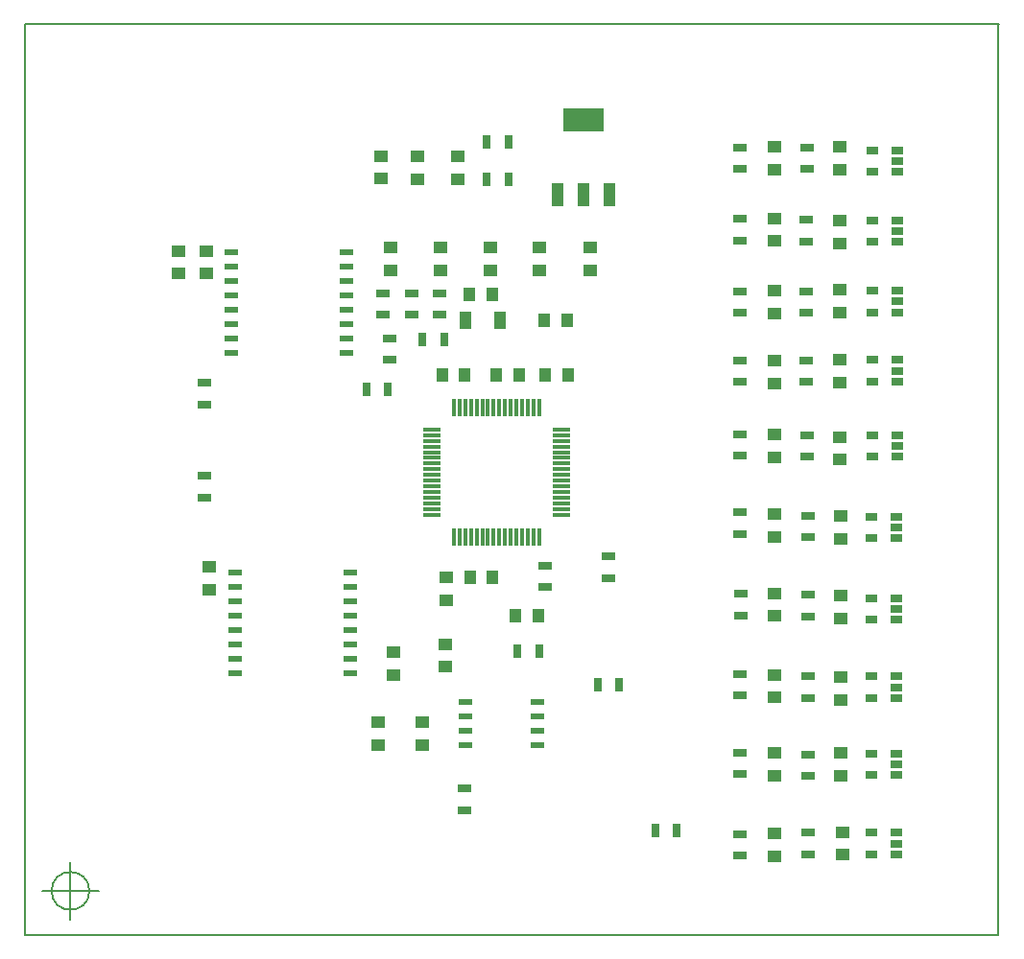
<source format=gbr>
G04 #@! TF.FileFunction,Paste,Top*
%FSLAX46Y46*%
G04 Gerber Fmt 4.6, Leading zero omitted, Abs format (unit mm)*
G04 Created by KiCad (PCBNEW 4.0.2-stable) date 21/01/2018 10:23:35*
%MOMM*%
G01*
G04 APERTURE LIST*
%ADD10C,0.100000*%
%ADD11C,0.150000*%
%ADD12R,1.250000X1.000000*%
%ADD13R,1.143000X0.508000*%
%ADD14R,0.700000X1.300000*%
%ADD15R,1.000000X1.250000*%
%ADD16R,1.300000X0.700000*%
%ADD17R,1.060000X0.650000*%
%ADD18R,1.000000X1.600000*%
%ADD19R,1.500000X0.300000*%
%ADD20R,0.300000X1.500000*%
%ADD21R,3.657600X2.032000*%
%ADD22R,1.016000X2.032000*%
G04 APERTURE END LIST*
D10*
D11*
X105666666Y-144500000D02*
G75*
G03X105666666Y-144500000I-1666666J0D01*
G01*
X101500000Y-144500000D02*
X106500000Y-144500000D01*
X104000000Y-142000000D02*
X104000000Y-147000000D01*
X100015000Y-67920000D02*
X185880000Y-67920000D01*
X100015000Y-67920000D02*
X100015000Y-148420000D01*
X185875000Y-148420000D02*
X185875000Y-67920000D01*
X100010000Y-148420000D02*
X185875000Y-148420000D01*
D12*
X138200000Y-79650000D03*
X138200000Y-81650000D03*
D13*
X118500000Y-116375000D03*
X118500000Y-117645000D03*
X118500000Y-118915000D03*
X118500000Y-120185000D03*
X118500000Y-121455000D03*
X118500000Y-122725000D03*
X118500000Y-123995000D03*
X118500000Y-125265000D03*
X128660000Y-125265000D03*
X128660000Y-123995000D03*
X128660000Y-122725000D03*
X128660000Y-121455000D03*
X128660000Y-120185000D03*
X128660000Y-118915000D03*
X128660000Y-117645000D03*
X128660000Y-116375000D03*
D14*
X140750000Y-78350000D03*
X142650000Y-78350000D03*
D13*
X118200000Y-88075000D03*
X118200000Y-89345000D03*
X118200000Y-90615000D03*
X118200000Y-91885000D03*
X118200000Y-93155000D03*
X118200000Y-94425000D03*
X118200000Y-95695000D03*
X118200000Y-96965000D03*
X128360000Y-96965000D03*
X128360000Y-95695000D03*
X128360000Y-94425000D03*
X128360000Y-93155000D03*
X128360000Y-91885000D03*
X128360000Y-90615000D03*
X128360000Y-89345000D03*
X128360000Y-88075000D03*
D12*
X166080000Y-80820000D03*
X166080000Y-78820000D03*
X171880000Y-80820000D03*
X171880000Y-78820000D03*
X166080000Y-87120000D03*
X166080000Y-85120000D03*
X171880000Y-87320000D03*
X171880000Y-85320000D03*
X166080000Y-93520000D03*
X166080000Y-91520000D03*
X171880000Y-93420000D03*
X171880000Y-91420000D03*
X166080000Y-99720000D03*
X166080000Y-97720000D03*
X171880000Y-99620000D03*
X171880000Y-97620000D03*
X166080000Y-106220000D03*
X166080000Y-104220000D03*
X171880000Y-106420000D03*
X171880000Y-104420000D03*
X166080000Y-113220000D03*
X166080000Y-111220000D03*
X171980000Y-113420000D03*
X171980000Y-111420000D03*
X166080000Y-120220000D03*
X166080000Y-118220000D03*
X171980000Y-120420000D03*
X171980000Y-118420000D03*
X166080000Y-127420000D03*
X166080000Y-125420000D03*
X171980000Y-127620000D03*
X171980000Y-125620000D03*
X166080000Y-134320000D03*
X166080000Y-132320000D03*
X171980000Y-134320000D03*
X171980000Y-132320000D03*
D15*
X145780000Y-94120000D03*
X147780000Y-94120000D03*
X141580000Y-98920000D03*
X143580000Y-98920000D03*
X141200000Y-91800000D03*
X139200000Y-91800000D03*
X138780000Y-98920000D03*
X136780000Y-98920000D03*
D12*
X137140000Y-118820000D03*
X137140000Y-116820000D03*
D15*
X141250000Y-116820000D03*
X139250000Y-116820000D03*
D12*
X131380000Y-79620000D03*
X131380000Y-81620000D03*
X134650000Y-79650000D03*
X134650000Y-81650000D03*
X145380000Y-87720000D03*
X145380000Y-89720000D03*
X149880000Y-87720000D03*
X149880000Y-89720000D03*
X132280000Y-87720000D03*
X132280000Y-89720000D03*
X136680000Y-87720000D03*
X136680000Y-89720000D03*
X141080000Y-87720000D03*
X141080000Y-89720000D03*
D16*
X163080000Y-78870000D03*
X163080000Y-80770000D03*
X168980000Y-80770000D03*
X168980000Y-78870000D03*
X163080000Y-87070000D03*
X163080000Y-85170000D03*
X168880000Y-87170000D03*
X168880000Y-85270000D03*
X163080000Y-91570000D03*
X163080000Y-93470000D03*
X168880000Y-93470000D03*
X168880000Y-91570000D03*
X163080000Y-99570000D03*
X163080000Y-97670000D03*
X168880000Y-99570000D03*
X168880000Y-97670000D03*
X163080000Y-104170000D03*
X163080000Y-106070000D03*
X168980000Y-106170000D03*
X168980000Y-104270000D03*
X163080000Y-112970000D03*
X163080000Y-111070000D03*
X169080000Y-113270000D03*
X169080000Y-111370000D03*
X163180000Y-118270000D03*
X163180000Y-120170000D03*
X169080000Y-120270000D03*
X169080000Y-118370000D03*
X163080000Y-127270000D03*
X163080000Y-125370000D03*
X169080000Y-127470000D03*
X169080000Y-125570000D03*
X163080000Y-132270000D03*
X163080000Y-134170000D03*
X169080000Y-134370000D03*
X169080000Y-132470000D03*
D17*
X176930000Y-81020000D03*
X176930000Y-80070000D03*
X176930000Y-79120000D03*
X174730000Y-79120000D03*
X174730000Y-81020000D03*
X176930000Y-87220000D03*
X176930000Y-86270000D03*
X176930000Y-85320000D03*
X174730000Y-85320000D03*
X174730000Y-87220000D03*
X176930000Y-93420000D03*
X176930000Y-92470000D03*
X176930000Y-91520000D03*
X174730000Y-91520000D03*
X174730000Y-93420000D03*
X176930000Y-99520000D03*
X176930000Y-98570000D03*
X176930000Y-97620000D03*
X174730000Y-97620000D03*
X174730000Y-99520000D03*
X176980000Y-106170000D03*
X176980000Y-105220000D03*
X176980000Y-104270000D03*
X174780000Y-104270000D03*
X174780000Y-106170000D03*
X176880000Y-113370000D03*
X176880000Y-112420000D03*
X176880000Y-111470000D03*
X174680000Y-111470000D03*
X174680000Y-113370000D03*
X176880000Y-120570000D03*
X176880000Y-119620000D03*
X176880000Y-118670000D03*
X174680000Y-118670000D03*
X174680000Y-120570000D03*
X176880000Y-127470000D03*
X176880000Y-126520000D03*
X176880000Y-125570000D03*
X174680000Y-125570000D03*
X174680000Y-127470000D03*
X176880000Y-134270000D03*
X176880000Y-133320000D03*
X176880000Y-132370000D03*
X174680000Y-132370000D03*
X174680000Y-134270000D03*
D18*
X141880000Y-94120000D03*
X138880000Y-94120000D03*
D15*
X145280000Y-120220000D03*
X143280000Y-120220000D03*
D12*
X131180000Y-131620000D03*
X131180000Y-129620000D03*
D15*
X147880000Y-98920000D03*
X145880000Y-98920000D03*
D12*
X132480000Y-123420000D03*
X132480000Y-125420000D03*
X135000000Y-129600000D03*
X135000000Y-131600000D03*
D16*
X145880000Y-117670000D03*
X145880000Y-115770000D03*
D14*
X145330000Y-123320000D03*
X143430000Y-123320000D03*
D16*
X138780000Y-135470000D03*
X138780000Y-137370000D03*
X151480000Y-116870000D03*
X151480000Y-114970000D03*
D14*
X150530000Y-126320000D03*
X152430000Y-126320000D03*
X157470000Y-139180000D03*
X155570000Y-139180000D03*
D12*
X172080000Y-141320000D03*
X172080000Y-139320000D03*
X166080000Y-141420000D03*
X166080000Y-139420000D03*
D16*
X169080000Y-139370000D03*
X169080000Y-141270000D03*
X163080000Y-139470000D03*
X163080000Y-141370000D03*
D17*
X176880000Y-141270000D03*
X176880000Y-140320000D03*
X176880000Y-139370000D03*
X174680000Y-139370000D03*
X174680000Y-141270000D03*
D14*
X140750000Y-81650000D03*
X142650000Y-81650000D03*
D12*
X116000000Y-88000000D03*
X116000000Y-90000000D03*
X113500000Y-88000000D03*
X113500000Y-90000000D03*
X116200000Y-117900000D03*
X116200000Y-115900000D03*
D16*
X134100000Y-93650000D03*
X134100000Y-91750000D03*
X131600000Y-93650000D03*
X131600000Y-91750000D03*
X132150000Y-97600000D03*
X132150000Y-95700000D03*
X136600000Y-91750000D03*
X136600000Y-93650000D03*
D14*
X130100000Y-100250000D03*
X132000000Y-100250000D03*
X136950000Y-95800000D03*
X135050000Y-95800000D03*
D16*
X115800000Y-99650000D03*
X115800000Y-101550000D03*
X115800000Y-109750000D03*
X115800000Y-107850000D03*
D19*
X147280000Y-111270000D03*
X147280000Y-110770000D03*
X147280000Y-110270000D03*
X147280000Y-109770000D03*
X147280000Y-109270000D03*
X147280000Y-108770000D03*
X147280000Y-108270000D03*
X147280000Y-107770000D03*
X147280000Y-107270000D03*
X147280000Y-106770000D03*
X147280000Y-106270000D03*
X147280000Y-105770000D03*
X147280000Y-105270000D03*
X147280000Y-104770000D03*
X147280000Y-104270000D03*
X147280000Y-103770000D03*
D20*
X145330000Y-101820000D03*
X144830000Y-101820000D03*
X144330000Y-101820000D03*
X143830000Y-101820000D03*
X143330000Y-101820000D03*
X142830000Y-101820000D03*
X142330000Y-101820000D03*
X141830000Y-101820000D03*
X141330000Y-101820000D03*
X140830000Y-101820000D03*
X140330000Y-101820000D03*
X139830000Y-101820000D03*
X139330000Y-101820000D03*
X138830000Y-101820000D03*
X138330000Y-101820000D03*
X137830000Y-101820000D03*
D19*
X135880000Y-103770000D03*
X135880000Y-104270000D03*
X135880000Y-104770000D03*
X135880000Y-105270000D03*
X135880000Y-105770000D03*
X135880000Y-106270000D03*
X135880000Y-106770000D03*
X135880000Y-107270000D03*
X135880000Y-107770000D03*
X135880000Y-108270000D03*
X135880000Y-108770000D03*
X135880000Y-109270000D03*
X135880000Y-109770000D03*
X135880000Y-110270000D03*
X135880000Y-110770000D03*
X135880000Y-111270000D03*
D20*
X137830000Y-113220000D03*
X138330000Y-113220000D03*
X138830000Y-113220000D03*
X139330000Y-113220000D03*
X139830000Y-113220000D03*
X140330000Y-113220000D03*
X140830000Y-113220000D03*
X141330000Y-113220000D03*
X141830000Y-113220000D03*
X142330000Y-113220000D03*
X142830000Y-113220000D03*
X143330000Y-113220000D03*
X143830000Y-113220000D03*
X144330000Y-113220000D03*
X144830000Y-113220000D03*
X145330000Y-113220000D03*
D21*
X149280000Y-76418000D03*
D22*
X149280000Y-83022000D03*
X151566000Y-83022000D03*
X146994000Y-83022000D03*
D13*
X145155000Y-127815000D03*
X145155000Y-129085000D03*
X145155000Y-130355000D03*
X145155000Y-131625000D03*
X138805000Y-131625000D03*
X138805000Y-130355000D03*
X138805000Y-129085000D03*
X138805000Y-127815000D03*
D12*
X137080000Y-122720000D03*
X137080000Y-124720000D03*
M02*

</source>
